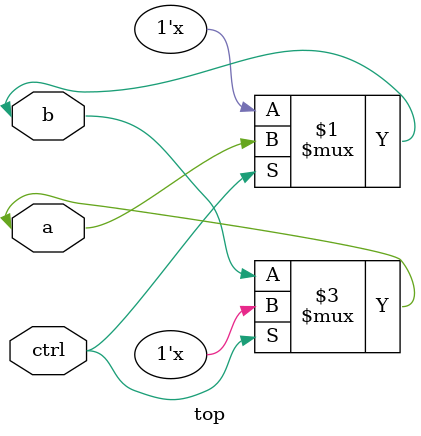
<source format=v>
`timescale 1ns / 1ps


module top(
             inout a,b,
             input ctrl
                      );
/*                      
  bufif1  g1(b,a, ctrl);
 // bufif0  g2(a,b, ctrl);
  bufif1  g3(a,b, (!ctrl));
    */
    
    assign b = (ctrl) ? a: 1'bz; 
    assign a = (!ctrl) ? b: 1'bz; 
                 
                      
    
    
endmodule

</source>
